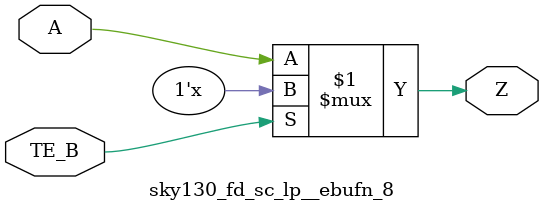
<source format=v>
/*
 * Copyright 2020 The SkyWater PDK Authors
 *
 * Licensed under the Apache License, Version 2.0 (the "License");
 * you may not use this file except in compliance with the License.
 * You may obtain a copy of the License at
 *
 *     https://www.apache.org/licenses/LICENSE-2.0
 *
 * Unless required by applicable law or agreed to in writing, software
 * distributed under the License is distributed on an "AS IS" BASIS,
 * WITHOUT WARRANTIES OR CONDITIONS OF ANY KIND, either express or implied.
 * See the License for the specific language governing permissions and
 * limitations under the License.
 *
 * SPDX-License-Identifier: Apache-2.0
*/


`ifndef SKY130_FD_SC_LP__EBUFN_8_FUNCTIONAL_V
`define SKY130_FD_SC_LP__EBUFN_8_FUNCTIONAL_V

/**
 * ebufn: Tri-state buffer, negative enable.
 *
 * Verilog simulation functional model.
 */

`timescale 1ns / 1ps
`default_nettype none

`celldefine
module sky130_fd_sc_lp__ebufn_8 (
    Z   ,
    A   ,
    TE_B
);

    // Module ports
    output Z   ;
    input  A   ;
    input  TE_B;

    //     Name     Output  Other arguments
    bufif0 bufif00 (Z     , A, TE_B        );

endmodule
`endcelldefine

`default_nettype wire
`endif  // SKY130_FD_SC_LP__EBUFN_8_FUNCTIONAL_V

</source>
